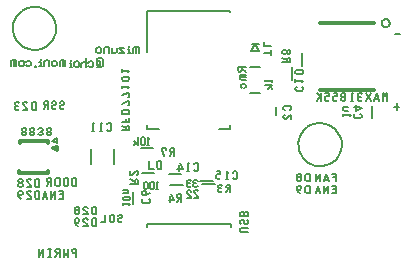
<source format=gbo>
G70*
%OFA0B0*%
%FSLAX24Y24*%
%IPPOS*%
%LPD*%
%ADD56C,0.0060*%
%ADD57C,0.0063*%
%ADD59C,0.0079*%
%ADD66C,0.0118*%
D56*
X021083Y016843D02*
X021122Y016843D01*
X020945Y016705D02*
X021083Y016843D01*
X020866Y016803D02*
X020866Y016744D01*
X021122Y016705D02*
X021122Y016843D01*
X020866Y017020D02*
X020866Y017079D01*
X020866Y017079D02*
X020906Y017118D01*
X020866Y017020D02*
X020906Y016980D01*
X021083Y016980D02*
X021122Y017020D01*
X020906Y017118D02*
X021083Y017118D01*
X020945Y016705D02*
X020906Y016705D01*
X020866Y016803D02*
X020906Y016843D01*
X020866Y016744D02*
X020906Y016705D01*
X021083Y017118D02*
X021122Y017079D01*
X021122Y017079D02*
X021122Y017020D01*
D57*
X015728Y017421D02*
X015728Y017559D01*
X015728Y017756D02*
X015472Y017756D01*
X015472Y017717D02*
X015472Y017795D01*
X013268Y018445D02*
X013197Y018445D01*
X015728Y017146D02*
X015728Y017283D01*
X013315Y018492D02*
X013268Y018445D01*
X013504Y018610D02*
X013504Y018445D01*
X015728Y017559D02*
X015669Y017559D01*
X015472Y018268D02*
X015472Y018346D01*
X015669Y017421D02*
X015728Y017421D01*
X015669Y017559D02*
X015472Y017480D01*
X022797Y017473D02*
X022836Y017433D01*
X015728Y018012D02*
X015689Y017972D01*
X015728Y018012D02*
X015728Y018071D01*
X015689Y017972D02*
X015512Y017972D01*
X022895Y017296D02*
X022935Y017335D01*
X022836Y017296D02*
X022895Y017296D01*
X013150Y018587D02*
X013197Y018634D01*
X013197Y018445D02*
X013150Y018492D01*
X015728Y018307D02*
X015472Y018307D01*
X015728Y018071D02*
X015689Y018110D01*
X015728Y017756D02*
X015689Y017717D01*
X015689Y018110D02*
X015512Y018110D01*
X015512Y017972D02*
X015472Y018012D01*
X015472Y018071D02*
X015472Y018012D01*
X015512Y018110D02*
X015472Y018071D01*
X015669Y017146D02*
X015728Y017146D01*
X022797Y017394D02*
X022797Y017335D01*
X022836Y017551D02*
X022797Y017512D01*
X022797Y017335D02*
X022836Y017296D01*
X022836Y017433D02*
X022797Y017394D01*
X015728Y016319D02*
X015728Y016417D01*
X015472Y016319D02*
X015728Y016319D01*
X023446Y017296D02*
X023486Y017335D01*
X015650Y016457D02*
X015610Y016417D01*
X023151Y017551D02*
X023151Y017296D01*
X013551Y018657D02*
X013457Y018657D01*
X013598Y018610D02*
X013551Y018657D01*
X023151Y017551D02*
X023191Y017512D01*
X013457Y018657D02*
X013409Y018610D01*
X015689Y016457D02*
X015650Y016457D01*
X023191Y017296D02*
X023112Y017296D01*
X013598Y018657D02*
X013598Y018445D01*
X015728Y016417D02*
X015689Y016457D01*
X015610Y016417D02*
X015610Y016319D01*
X015472Y016870D02*
X015728Y016870D01*
X013409Y018610D02*
X013409Y018445D01*
X022797Y017512D02*
X022797Y017473D01*
X015472Y016969D02*
X015472Y016870D01*
X015728Y017283D02*
X015669Y017283D01*
X015669Y017283D02*
X015472Y017205D01*
X013551Y018657D02*
X013504Y018610D01*
X015689Y017008D02*
X015512Y017008D01*
X023446Y017551D02*
X023387Y017551D01*
X015728Y016594D02*
X015728Y016732D01*
X015610Y016693D02*
X015610Y016594D01*
X015610Y016378D02*
X015472Y016457D01*
X015472Y016594D02*
X015728Y016594D01*
X015728Y016870D02*
X015728Y016969D01*
X023387Y017296D02*
X023446Y017296D01*
X015512Y017008D02*
X015472Y016969D01*
X015728Y016969D02*
X015689Y017008D01*
X015728Y018307D02*
X015689Y018268D01*
X013559Y017201D02*
X013559Y017240D01*
X013559Y017201D02*
X013520Y017161D01*
X013520Y017024D02*
X013559Y017063D01*
X013520Y017280D02*
X013461Y017280D01*
X013461Y017024D02*
X013520Y017024D01*
X013146Y017122D02*
X013146Y017063D01*
X013146Y017063D02*
X013185Y017024D01*
X013185Y017161D02*
X013146Y017122D01*
X013185Y017280D02*
X013146Y017240D01*
X013185Y017161D02*
X013244Y017161D01*
X013520Y017280D02*
X013559Y017240D01*
X013421Y017063D02*
X013461Y017024D01*
X024254Y017473D02*
X024175Y017551D01*
X013421Y017122D02*
X013421Y017063D01*
X024057Y017296D02*
X023978Y017551D01*
X024175Y017551D02*
X024175Y017296D01*
X022858Y016795D02*
X022858Y016874D01*
X023114Y016835D02*
X022858Y016835D01*
X023114Y016835D02*
X023075Y016795D01*
X024332Y017551D02*
X024254Y017473D01*
X024332Y017551D02*
X024332Y017296D01*
X012909Y017280D02*
X012870Y017240D01*
X012870Y017240D02*
X012870Y017201D01*
X013283Y017201D02*
X013244Y017161D01*
X023276Y016972D02*
X023276Y017150D01*
X023413Y017110D02*
X023217Y017110D01*
X012909Y017161D02*
X013008Y017161D01*
X012949Y017161D02*
X012870Y017024D01*
X013008Y017024D02*
X013008Y017280D01*
X012870Y017201D02*
X012909Y017161D01*
X013008Y017280D02*
X012909Y017280D01*
X023492Y017071D02*
X023276Y016972D01*
X013244Y017024D02*
X013283Y017063D01*
X013185Y017024D02*
X013244Y017024D01*
X013244Y017280D02*
X013283Y017240D01*
X013244Y017280D02*
X013185Y017280D01*
X013283Y017201D02*
X013283Y017240D01*
X023978Y017551D02*
X023899Y017296D01*
X013307Y012358D02*
X013268Y012319D01*
X013268Y012319D02*
X013268Y012280D01*
X013622Y012240D02*
X013563Y012102D01*
X013681Y012102D02*
X013622Y012240D01*
X013563Y012102D02*
X013543Y012358D01*
X013307Y012240D02*
X013406Y012240D01*
X013346Y012240D02*
X013268Y012102D01*
X013406Y012102D02*
X013406Y012358D01*
X013268Y012280D02*
X013307Y012240D01*
X013406Y012358D02*
X013307Y012358D01*
X013701Y012358D02*
X013681Y012102D01*
X012016Y017260D02*
X012055Y017220D01*
X011917Y017043D02*
X011957Y017004D01*
X012016Y017260D02*
X011957Y017260D01*
X012016Y017004D02*
X012055Y017043D01*
X011957Y017004D02*
X012016Y017004D01*
X013957Y012102D02*
X013957Y012358D01*
X013858Y012240D02*
X013957Y012240D01*
X023446Y017551D02*
X023486Y017512D01*
X011917Y017102D02*
X011917Y017043D01*
X011957Y017142D02*
X011917Y017102D01*
X023348Y017473D02*
X023348Y017512D01*
X023387Y017551D02*
X023348Y017512D01*
X023348Y017473D02*
X023387Y017433D01*
X013461Y017161D02*
X013421Y017122D01*
X023387Y017433D02*
X023446Y017433D01*
X023781Y017551D02*
X023624Y017296D01*
X024037Y017355D02*
X023919Y017355D01*
X023624Y017551D02*
X023781Y017296D01*
X013461Y017161D02*
X013520Y017161D01*
X023348Y017394D02*
X023348Y017335D01*
X023387Y017433D02*
X023348Y017394D01*
X013110Y012102D02*
X013031Y012102D01*
X023348Y017335D02*
X023387Y017296D01*
X013071Y012358D02*
X013071Y012102D01*
X012717Y012102D02*
X012717Y012358D01*
X013461Y017280D02*
X013421Y017240D01*
X012854Y012358D02*
X012717Y012102D01*
X013110Y012358D02*
X013031Y012358D01*
X012854Y012102D02*
X012854Y012358D01*
X014528Y018472D02*
X014480Y018425D01*
X014839Y018685D02*
X014839Y018472D01*
X014697Y018732D02*
X014650Y018685D01*
X014480Y018425D02*
X014409Y018425D01*
X019390Y018276D02*
X019429Y018276D01*
X019429Y018276D02*
X019469Y018315D01*
X019350Y018315D02*
X019390Y018276D01*
X014768Y018496D02*
X014768Y018638D01*
X014650Y018496D02*
X014768Y018496D01*
X014650Y018425D02*
X014791Y018425D01*
X014839Y018472D02*
X014791Y018425D01*
X014768Y018638D02*
X014650Y018638D01*
X014650Y018685D02*
X014650Y018496D01*
X019429Y018118D02*
X019469Y018079D01*
X019469Y018079D02*
X019606Y018079D01*
X019567Y017862D02*
X019606Y017823D01*
X019469Y018000D02*
X019606Y018000D01*
X019469Y018315D02*
X019469Y018413D01*
X019350Y018413D02*
X019350Y018315D01*
X019606Y018413D02*
X019350Y018413D01*
X019429Y018118D02*
X019429Y018039D01*
X019429Y018039D02*
X019469Y018000D01*
X019469Y018157D02*
X019429Y018118D01*
X019469Y018354D02*
X019606Y018276D01*
X019429Y018157D02*
X019606Y018157D01*
X012449Y018591D02*
X012449Y018496D01*
X012402Y018638D02*
X012449Y018591D01*
X012217Y018496D02*
X012169Y018449D01*
X012098Y018449D02*
X012051Y018496D01*
X012169Y018449D02*
X012098Y018449D01*
X012331Y018638D02*
X012402Y018638D01*
X012449Y018496D02*
X012402Y018449D01*
X012402Y018449D02*
X012331Y018449D01*
X012283Y018591D02*
X012331Y018638D01*
X012331Y018449D02*
X012283Y018496D01*
X012051Y018591D02*
X012098Y018638D01*
X011823Y018661D02*
X011776Y018614D01*
X011917Y018661D02*
X011823Y018661D01*
X011776Y018614D02*
X011776Y018449D01*
X011870Y018614D02*
X011870Y018449D01*
X011917Y018661D02*
X011870Y018614D01*
X011965Y018614D02*
X011917Y018661D01*
X012169Y018638D02*
X012217Y018591D01*
X012098Y018638D02*
X012169Y018638D01*
X012217Y018591D02*
X012217Y018496D01*
X011965Y018661D02*
X011965Y018449D01*
X012051Y018591D02*
X012051Y018496D01*
X013819Y012319D02*
X013819Y012280D01*
X012618Y018465D02*
X012618Y018441D01*
X013858Y012358D02*
X013819Y012319D01*
X022659Y017551D02*
X022659Y017453D01*
X022561Y017453D02*
X022659Y017453D01*
X012594Y018465D02*
X012618Y018465D01*
X022521Y017335D02*
X022561Y017296D01*
X022521Y017414D02*
X022521Y017335D01*
X022561Y017453D02*
X022521Y017414D01*
X022659Y017551D02*
X022541Y017551D01*
X022246Y017335D02*
X022285Y017296D01*
X022285Y017453D02*
X022246Y017414D01*
X022285Y017453D02*
X022383Y017453D01*
X022246Y017414D02*
X022246Y017335D01*
X022620Y017296D02*
X022659Y017335D01*
X013783Y018567D02*
X013783Y018425D01*
X013783Y018567D02*
X013736Y018567D01*
X012618Y018441D02*
X012594Y018441D01*
X022561Y017296D02*
X022620Y017296D01*
X012594Y018465D02*
X012594Y018441D01*
X012945Y018657D02*
X012898Y018610D01*
X013150Y018587D02*
X013150Y018492D01*
X012898Y018610D02*
X012898Y018445D01*
X013063Y018657D02*
X013063Y018445D01*
X013315Y018587D02*
X013315Y018492D01*
X013197Y018634D02*
X013268Y018634D01*
X022836Y017433D02*
X022895Y017433D01*
X022895Y017433D02*
X022935Y017394D01*
X013268Y018634D02*
X013315Y018587D01*
X022935Y017394D02*
X022935Y017335D01*
X022895Y017433D02*
X022935Y017473D01*
X012772Y018587D02*
X012772Y018445D01*
X012772Y018681D02*
X012772Y018657D01*
X012772Y018587D02*
X012724Y018587D01*
X013819Y012280D02*
X013858Y012240D01*
X013957Y012358D02*
X013858Y012358D01*
X012819Y018445D02*
X012724Y018445D01*
X022935Y017512D02*
X022895Y017551D01*
X022935Y017473D02*
X022935Y017512D01*
X022895Y017551D02*
X022836Y017551D01*
X013016Y018657D02*
X012945Y018657D01*
X013063Y018610D02*
X013016Y018657D01*
X014409Y018425D02*
X014362Y018472D01*
X014362Y018567D02*
X014409Y018614D01*
X019488Y017862D02*
X019567Y017862D01*
X022866Y016988D02*
X022866Y017047D01*
X022866Y017047D02*
X022906Y017087D01*
X014409Y018614D02*
X014480Y018614D01*
X014291Y018543D02*
X014244Y018591D01*
X023024Y017087D02*
X022866Y017087D01*
X014291Y018732D02*
X014291Y018425D01*
X014480Y018614D02*
X014528Y018567D01*
X014528Y018567D02*
X014528Y018472D01*
X019449Y017823D02*
X019488Y017862D01*
X019606Y017823D02*
X019606Y017764D01*
X014791Y018732D02*
X014839Y018685D01*
X014791Y018732D02*
X014697Y018732D01*
X019606Y017764D02*
X019567Y017724D01*
X023024Y016949D02*
X022906Y016949D01*
X022906Y016949D02*
X022866Y016988D01*
X019449Y017764D02*
X019449Y017823D01*
X019488Y017724D02*
X019449Y017764D01*
X014063Y018567D02*
X014063Y018472D01*
X013898Y018567D02*
X013898Y018472D01*
X014016Y018614D02*
X014063Y018567D01*
X013898Y018567D02*
X013945Y018614D01*
X013945Y018614D02*
X014016Y018614D01*
X013831Y018425D02*
X013736Y018425D01*
X022383Y017551D02*
X022265Y017551D01*
X022383Y017551D02*
X022383Y017453D01*
X022285Y017296D02*
X022344Y017296D01*
X013783Y018661D02*
X013783Y018638D01*
X013945Y018425D02*
X013898Y018472D01*
X014173Y018591D02*
X014126Y018543D01*
X014126Y018543D02*
X014126Y018425D01*
X014244Y018591D02*
X014173Y018591D01*
X014063Y018472D02*
X014016Y018425D01*
X022344Y017296D02*
X022383Y017335D01*
X014016Y018425D02*
X013945Y018425D01*
X022108Y017551D02*
X022108Y017296D01*
X022069Y017453D02*
X021970Y017296D01*
X021970Y017551D02*
X022108Y017414D01*
X012071Y014299D02*
X012130Y014299D01*
X012031Y014260D02*
X012031Y014142D01*
X012071Y014161D02*
X012130Y014161D01*
X012130Y014161D02*
X012169Y014201D01*
X012130Y014299D02*
X012169Y014260D01*
X012169Y014260D02*
X012169Y014201D01*
X012071Y014299D02*
X012031Y014260D01*
X012720Y014043D02*
X012720Y014299D01*
X012583Y014260D02*
X012583Y014083D01*
X012346Y014299D02*
X012307Y014260D01*
X012622Y014299D02*
X012583Y014260D01*
X012720Y014299D02*
X012622Y014299D01*
X012622Y014043D02*
X012720Y014043D01*
X012307Y014220D02*
X012307Y014260D01*
X012307Y014220D02*
X012445Y014083D01*
X012445Y014083D02*
X012445Y014043D01*
X012031Y014201D02*
X012071Y014161D01*
X012406Y014299D02*
X012445Y014260D01*
X012406Y014299D02*
X012346Y014299D01*
X012307Y014043D02*
X012445Y014043D01*
X013528Y014299D02*
X013390Y014299D01*
X012130Y014043D02*
X012051Y014083D01*
X012051Y014083D02*
X012031Y014142D01*
X013528Y014043D02*
X013528Y014299D01*
X013390Y014043D02*
X013528Y014043D01*
X013429Y014181D02*
X013528Y014181D01*
X012071Y014575D02*
X012031Y014535D01*
X014516Y013772D02*
X014476Y013732D01*
X014476Y013555D02*
X014516Y013516D01*
X014516Y013516D02*
X014614Y013516D01*
X014614Y013772D02*
X014516Y013772D01*
X012031Y014476D02*
X012071Y014437D01*
X012031Y014535D02*
X012031Y014476D01*
X014933Y013248D02*
X014795Y013248D01*
X014933Y013504D02*
X014933Y013248D01*
X012071Y014437D02*
X012130Y014437D01*
X012071Y014693D02*
X012031Y014654D01*
X012031Y014654D02*
X012031Y014614D01*
X012031Y014614D02*
X012071Y014575D01*
X012445Y014476D02*
X012445Y014437D01*
X014339Y013555D02*
X014339Y013516D01*
X014201Y013693D02*
X014339Y013555D01*
X014201Y013516D02*
X014339Y013516D01*
X013925Y013614D02*
X013925Y013555D01*
X013965Y013654D02*
X013925Y013614D01*
X013925Y013555D02*
X013965Y013516D01*
X014299Y013772D02*
X014240Y013772D01*
X012307Y014614D02*
X012445Y014476D01*
X014476Y013732D02*
X014476Y013555D01*
X014614Y013516D02*
X014614Y013772D01*
X014299Y013772D02*
X014339Y013732D01*
X014201Y013693D02*
X014201Y013732D01*
X014240Y013772D02*
X014201Y013732D01*
X015110Y013248D02*
X015189Y013248D01*
X015386Y013248D02*
X015445Y013248D01*
X015445Y013504D02*
X015386Y013504D01*
X015445Y013504D02*
X015484Y013465D01*
X012169Y014614D02*
X012169Y014654D01*
X012169Y014654D02*
X012130Y014693D01*
X015445Y013248D02*
X015484Y013287D01*
X015346Y013287D02*
X015386Y013248D01*
X015386Y013504D02*
X015346Y013465D01*
X012130Y014693D02*
X012071Y014693D01*
X012583Y014083D02*
X012622Y014043D01*
X015346Y013346D02*
X015346Y013287D01*
X015386Y013386D02*
X015346Y013346D01*
X015386Y013386D02*
X015445Y013386D01*
X012130Y014575D02*
X012169Y014614D01*
X012130Y014437D02*
X012169Y014476D01*
X015228Y013465D02*
X015228Y013287D01*
X015110Y013504D02*
X015071Y013465D01*
X015071Y013287D02*
X015110Y013248D01*
X015071Y013465D02*
X015071Y013287D01*
X015228Y013287D02*
X015189Y013248D01*
X012071Y014575D02*
X012130Y014575D01*
X015189Y013504D02*
X015228Y013465D01*
X015484Y013425D02*
X015445Y013386D01*
X015484Y013425D02*
X015484Y013465D01*
X012130Y014575D02*
X012169Y014535D01*
X012169Y014535D02*
X012169Y014476D01*
X015189Y013504D02*
X015110Y013504D01*
X022626Y014220D02*
X022626Y014476D01*
X022626Y014476D02*
X022488Y014476D01*
X022488Y014220D02*
X022626Y014220D01*
X022075Y014870D02*
X021937Y014614D01*
X021937Y014614D02*
X021937Y014870D01*
X022528Y014358D02*
X022626Y014358D01*
X022094Y014220D02*
X022016Y014476D01*
X022016Y014476D02*
X021937Y014220D01*
X022075Y014280D02*
X021957Y014280D01*
X022350Y014220D02*
X022350Y014476D01*
X022350Y014476D02*
X022213Y014220D01*
X022213Y014220D02*
X022213Y014476D01*
X022370Y014614D02*
X022291Y014870D01*
X022291Y014870D02*
X022213Y014614D01*
X022626Y014614D02*
X022626Y014870D01*
X022626Y014870D02*
X022488Y014870D01*
X022528Y014752D02*
X022626Y014752D01*
X022075Y014614D02*
X022075Y014870D01*
X022350Y014673D02*
X022232Y014673D01*
X013252Y014043D02*
X013252Y014299D01*
X013252Y014299D02*
X013114Y014043D01*
X013114Y014043D02*
X013114Y014299D01*
X012996Y014043D02*
X012917Y014299D01*
X012917Y014299D02*
X012839Y014043D01*
X012976Y014102D02*
X012858Y014102D01*
X012291Y017260D02*
X012232Y017260D01*
X012291Y017260D02*
X012331Y017220D01*
X012193Y017181D02*
X012193Y017220D01*
X012331Y017043D02*
X012331Y017004D01*
X012193Y017181D02*
X012331Y017043D01*
X012193Y017004D02*
X012331Y017004D01*
X012232Y017260D02*
X012193Y017220D01*
X012606Y017260D02*
X012508Y017260D01*
X012508Y017260D02*
X012469Y017220D01*
X012469Y017043D02*
X012508Y017004D01*
X012469Y017220D02*
X012469Y017043D01*
X012606Y017004D02*
X012606Y017260D01*
X012508Y017004D02*
X012606Y017004D01*
X011957Y017260D02*
X011917Y017220D01*
X014752Y018890D02*
X014681Y018890D01*
X014681Y018890D02*
X014634Y018937D01*
X014634Y019031D02*
X014681Y019079D01*
X015055Y019055D02*
X015008Y019102D01*
X015008Y019102D02*
X014937Y019102D01*
X014799Y018937D02*
X014752Y018890D01*
X014681Y019079D02*
X014752Y019079D01*
X011957Y017142D02*
X012016Y017142D01*
X011917Y017181D02*
X011957Y017142D01*
X011917Y017181D02*
X011917Y017220D01*
X014752Y019079D02*
X014799Y019031D01*
X014799Y019031D02*
X014799Y018937D01*
X014634Y019031D02*
X014634Y018937D01*
X014201Y013299D02*
X014201Y013339D01*
X014240Y013378D02*
X014201Y013339D01*
X014476Y013339D02*
X014476Y013161D01*
X014201Y013122D02*
X014339Y013122D01*
X014299Y013378D02*
X014240Y013378D01*
X014299Y013378D02*
X014339Y013339D01*
X014614Y013122D02*
X014614Y013378D01*
X014614Y013378D02*
X014516Y013378D01*
X014516Y013378D02*
X014476Y013339D01*
X014476Y013161D02*
X014516Y013122D01*
X014516Y013122D02*
X014614Y013122D01*
X014201Y013299D02*
X014339Y013161D01*
X014024Y013122D02*
X013945Y013161D01*
X014063Y013339D02*
X014063Y013280D01*
X014024Y013378D02*
X014063Y013339D01*
X012720Y014437D02*
X012720Y014693D01*
X013945Y013161D02*
X013925Y013220D01*
X013965Y013378D02*
X014024Y013378D01*
X013965Y013378D02*
X013925Y013339D01*
X013925Y013280D02*
X013965Y013240D01*
X014339Y013161D02*
X014339Y013122D01*
X014024Y013240D02*
X014063Y013280D01*
X013965Y013240D02*
X014024Y013240D01*
X013925Y013339D02*
X013925Y013220D01*
X013421Y014681D02*
X013421Y014504D01*
X013421Y014504D02*
X013382Y014465D01*
X013264Y014681D02*
X013264Y014504D01*
X013382Y014720D02*
X013421Y014681D01*
X013382Y014720D02*
X013303Y014720D01*
X013303Y014720D02*
X013264Y014681D01*
X013264Y014504D02*
X013303Y014465D01*
X012988Y014642D02*
X013028Y014602D01*
X013126Y014720D02*
X013028Y014720D01*
X013126Y014465D02*
X013126Y014720D01*
X013303Y014465D02*
X013382Y014465D01*
X013028Y014720D02*
X012988Y014681D01*
X012988Y014681D02*
X012988Y014642D01*
X013579Y014465D02*
X013657Y014465D01*
X013854Y014465D02*
X013953Y014465D01*
X013953Y014465D02*
X013953Y014720D01*
X013815Y014681D02*
X013815Y014504D01*
X013815Y014504D02*
X013854Y014465D01*
X013854Y014720D02*
X013815Y014681D01*
X013953Y014720D02*
X013854Y014720D01*
X013657Y014720D02*
X013697Y014681D01*
X013697Y014504D02*
X013657Y014465D01*
X013539Y014681D02*
X013539Y014504D01*
X013539Y014504D02*
X013579Y014465D01*
X013657Y014720D02*
X013579Y014720D01*
X013579Y014720D02*
X013539Y014681D01*
X013697Y014681D02*
X013697Y014504D01*
X013028Y014602D02*
X013126Y014602D01*
X015402Y019075D02*
X015567Y018886D01*
X015567Y018886D02*
X015402Y018886D01*
X015311Y019075D02*
X015311Y018933D01*
X015724Y019028D02*
X015724Y018886D01*
X015724Y019028D02*
X015677Y019028D01*
X015567Y019075D02*
X015402Y019075D01*
X015311Y018933D02*
X015264Y018886D01*
X014937Y019102D02*
X014890Y019055D01*
X014890Y019055D02*
X014890Y018890D01*
X015055Y019102D02*
X015055Y018890D01*
X015264Y018886D02*
X015193Y018886D01*
X015193Y018886D02*
X015146Y018933D01*
X015146Y019075D02*
X015146Y018886D01*
X015724Y019122D02*
X015724Y019098D01*
X012720Y014693D02*
X012622Y014693D01*
X012622Y014437D02*
X012720Y014437D01*
X016051Y019098D02*
X016051Y018886D01*
X013067Y014602D02*
X012988Y014465D01*
X012583Y014476D02*
X012622Y014437D01*
X012622Y014693D02*
X012583Y014654D01*
X016051Y019051D02*
X016004Y019098D01*
X016004Y019098D02*
X015957Y019051D01*
X015957Y019051D02*
X015957Y018886D01*
X015772Y018886D02*
X015677Y018886D01*
X016004Y019098D02*
X015909Y019098D01*
X015909Y019098D02*
X015862Y019051D01*
X015862Y019051D02*
X015862Y018886D01*
X014024Y013772D02*
X013965Y013772D01*
X013965Y013516D02*
X014024Y013516D01*
X012583Y014654D02*
X012583Y014476D01*
X012346Y014693D02*
X012307Y014654D01*
X014024Y013654D02*
X014063Y013614D01*
X013965Y013654D02*
X014024Y013654D01*
X014024Y013516D02*
X014063Y013555D01*
X012307Y014614D02*
X012307Y014654D01*
X013925Y013693D02*
X013965Y013654D01*
X013925Y013732D02*
X013925Y013693D01*
X013965Y013772D02*
X013925Y013732D01*
X012406Y014693D02*
X012445Y014654D01*
X012406Y014693D02*
X012346Y014693D01*
X012307Y014437D02*
X012445Y014437D01*
X014063Y013614D02*
X014063Y013555D01*
X014063Y013732D02*
X014024Y013772D01*
X014063Y013693D02*
X014063Y013732D01*
X014024Y013654D02*
X014063Y013693D01*
X021425Y014752D02*
X021465Y014791D01*
X021465Y014791D02*
X021465Y014831D01*
X021465Y014831D02*
X021425Y014870D01*
X021366Y014752D02*
X021425Y014752D01*
X021425Y014752D02*
X021465Y014713D01*
X021465Y014713D02*
X021465Y014654D01*
X021425Y014870D02*
X021366Y014870D01*
X021642Y014220D02*
X021740Y014220D01*
X021740Y014220D02*
X021740Y014476D01*
X021602Y014437D02*
X021602Y014260D01*
X021602Y014260D02*
X021642Y014220D01*
X021642Y014476D02*
X021602Y014437D01*
X021740Y014476D02*
X021642Y014476D01*
X021425Y014614D02*
X021465Y014654D01*
X021642Y014614D02*
X021740Y014614D01*
X021740Y014614D02*
X021740Y014870D01*
X021602Y014831D02*
X021602Y014654D01*
X021602Y014654D02*
X021642Y014614D01*
X021642Y014870D02*
X021602Y014831D01*
X021740Y014870D02*
X021642Y014870D01*
X021327Y014654D02*
X021366Y014614D01*
X021327Y014831D02*
X021327Y014791D01*
X021327Y014791D02*
X021366Y014752D01*
X021366Y014614D02*
X021425Y014614D01*
X021366Y014752D02*
X021327Y014713D01*
X021327Y014713D02*
X021327Y014654D01*
X021366Y014870D02*
X021327Y014831D01*
X021327Y014378D02*
X021366Y014339D01*
X021425Y014339D02*
X021465Y014378D01*
X021366Y014476D02*
X021425Y014476D01*
X021425Y014476D02*
X021465Y014437D01*
X021366Y014476D02*
X021327Y014437D01*
X021327Y014437D02*
X021327Y014319D01*
X021366Y014339D02*
X021425Y014339D01*
X021465Y014437D02*
X021465Y014378D01*
X021425Y014220D02*
X021346Y014260D01*
X021346Y014260D02*
X021327Y014319D01*
X023217Y016776D02*
X023217Y016835D01*
X013075Y016409D02*
X013016Y016409D01*
X013016Y016409D02*
X012976Y016370D01*
X013075Y016272D02*
X013016Y016272D01*
X013114Y016232D02*
X013075Y016272D01*
X013114Y016311D02*
X013114Y016370D01*
X013075Y016154D02*
X013114Y016193D01*
X013114Y016193D02*
X013114Y016232D01*
X012976Y016193D02*
X013016Y016154D01*
X024724Y017098D02*
X024567Y017098D01*
X024646Y017217D02*
X024646Y016980D01*
X012976Y016232D02*
X012976Y016193D01*
X013016Y016272D02*
X012976Y016311D01*
X012976Y016311D02*
X012976Y016370D01*
X013016Y016272D02*
X012976Y016232D01*
X013075Y016272D02*
X013114Y016311D01*
X012799Y016272D02*
X012839Y016311D01*
X021147Y018418D02*
X021147Y017981D01*
X021500Y018453D02*
X021499Y018452D01*
X021500Y018890D02*
X021500Y018453D01*
X021147Y017981D02*
X021146Y017980D01*
X012799Y016409D02*
X012740Y016409D01*
X012740Y016409D02*
X012701Y016370D01*
X013114Y016370D02*
X013075Y016409D01*
X012740Y016154D02*
X012799Y016154D01*
X012839Y016311D02*
X012839Y016370D01*
X012839Y016370D02*
X012799Y016409D01*
X012740Y016154D02*
X012701Y016193D01*
X017921Y015217D02*
X017882Y015177D01*
X017921Y015217D02*
X017980Y015217D01*
X017980Y015217D02*
X018020Y015177D01*
X017882Y015000D02*
X017921Y014961D01*
X017228Y013992D02*
X017051Y013992D01*
X017130Y014209D02*
X017228Y013992D01*
X013016Y016154D02*
X013075Y016154D01*
X017724Y014961D02*
X017646Y014961D01*
X017685Y015217D02*
X017724Y015177D01*
X017370Y015157D02*
X017370Y014961D01*
X017685Y015217D02*
X017685Y014961D01*
X018020Y015177D02*
X018020Y015000D01*
X018020Y015000D02*
X017980Y014961D01*
X017980Y014961D02*
X017921Y014961D01*
X017091Y014130D02*
X017091Y013933D01*
X020240Y017827D02*
X020496Y017827D01*
X020358Y017689D02*
X020496Y017827D01*
X020437Y017768D02*
X020496Y017689D01*
X020244Y017961D02*
X020283Y018000D01*
X024736Y019535D02*
X024579Y019535D01*
X020244Y017961D02*
X020500Y017961D01*
X020500Y018000D02*
X020500Y017921D01*
X017465Y013933D02*
X017465Y014189D01*
X017366Y014071D02*
X017465Y014071D01*
X017406Y014071D02*
X017327Y013933D01*
X017465Y014189D02*
X017366Y014189D01*
X017366Y014189D02*
X017327Y014150D01*
X017327Y014150D02*
X017327Y014110D01*
X017327Y014110D02*
X017366Y014071D01*
X012799Y016272D02*
X012740Y016272D01*
X012465Y016409D02*
X012425Y016370D01*
X012524Y016409D02*
X012465Y016409D01*
X012524Y016272D02*
X012465Y016272D01*
X012425Y016311D02*
X012425Y016370D01*
X012465Y016272D02*
X012425Y016311D01*
X012524Y016272D02*
X012563Y016311D01*
X012563Y016370D02*
X012524Y016409D01*
X012563Y016311D02*
X012563Y016370D01*
X012563Y016232D02*
X012524Y016272D01*
X012563Y016193D02*
X012563Y016232D01*
X012524Y016154D02*
X012563Y016193D01*
X012465Y016272D02*
X012425Y016232D01*
X012425Y016232D02*
X012425Y016193D01*
X021303Y018327D02*
X021264Y018287D01*
X021520Y018228D02*
X021480Y018189D01*
X021520Y018228D02*
X021520Y018287D01*
X021480Y018327D02*
X021303Y018327D01*
X021264Y017933D02*
X021264Y018012D01*
X021520Y017972D02*
X021480Y017933D01*
X021520Y018287D02*
X021480Y018327D01*
X012839Y016232D02*
X012799Y016272D01*
X021480Y018189D02*
X021303Y018189D01*
X021303Y018189D02*
X021264Y018228D01*
X021264Y018287D02*
X021264Y018228D01*
X021520Y017972D02*
X021264Y017972D01*
X012189Y016272D02*
X012150Y016232D01*
X012150Y016311D02*
X012150Y016370D01*
X012189Y016272D02*
X012150Y016311D01*
X012150Y016232D02*
X012150Y016193D01*
X012189Y016154D02*
X012248Y016154D01*
X012150Y016193D02*
X012189Y016154D01*
X021480Y017638D02*
X021303Y017638D01*
X021303Y017638D02*
X021264Y017677D01*
X021264Y017677D02*
X021264Y017736D01*
X021520Y017677D02*
X021480Y017638D01*
X021303Y017776D02*
X021264Y017736D01*
X021520Y017736D02*
X021480Y017776D01*
X021520Y017736D02*
X021520Y017677D01*
X017508Y015020D02*
X017331Y015020D01*
X017874Y014244D02*
X018012Y014106D01*
X018012Y014106D02*
X018012Y014067D01*
X017693Y014315D02*
X017654Y014276D01*
X017874Y014067D02*
X018012Y014067D01*
X017874Y014244D02*
X017874Y014283D01*
X017972Y014323D02*
X018012Y014283D01*
X017972Y014323D02*
X017913Y014323D01*
X017654Y014236D02*
X017791Y014098D01*
X017791Y014098D02*
X017791Y014059D01*
X017906Y014673D02*
X017866Y014634D01*
X017654Y014059D02*
X017791Y014059D01*
X017654Y014236D02*
X017654Y014276D01*
X017752Y014315D02*
X017791Y014276D01*
X017752Y014315D02*
X017693Y014315D01*
X017913Y014323D02*
X017874Y014283D01*
X015528Y013827D02*
X015528Y013898D01*
X012248Y016272D02*
X012189Y016272D01*
X016154Y016083D02*
X016114Y016043D01*
X015758Y013862D02*
X015722Y013827D01*
X016807Y015654D02*
X016886Y015457D01*
X016945Y015654D02*
X016945Y015713D01*
X016945Y015713D02*
X016807Y015713D01*
X016252Y016043D02*
X016252Y015866D01*
X016252Y015866D02*
X016213Y015827D01*
X016154Y015827D02*
X016213Y015827D01*
X016213Y016083D02*
X016154Y016083D01*
X016114Y016043D02*
X016114Y015866D01*
X016114Y015866D02*
X016154Y015827D01*
X016213Y016083D02*
X016252Y016043D01*
X017689Y014417D02*
X017748Y014417D01*
X017748Y014417D02*
X017787Y014457D01*
X012189Y016409D02*
X012150Y016370D01*
X017748Y014673D02*
X017689Y014673D01*
X017650Y014516D02*
X017650Y014457D01*
X017650Y014457D02*
X017689Y014417D01*
X017748Y014673D02*
X017787Y014634D01*
X012287Y016311D02*
X012287Y016370D01*
X012248Y016272D02*
X012287Y016311D01*
X012287Y016370D02*
X012248Y016409D01*
X012248Y016154D02*
X012287Y016193D01*
X012248Y016409D02*
X012189Y016409D01*
X012287Y016232D02*
X012248Y016272D01*
X012287Y016193D02*
X012287Y016232D01*
X017689Y014555D02*
X017650Y014516D01*
X017866Y014516D02*
X017866Y014457D01*
X017866Y014457D02*
X017906Y014417D01*
X017965Y014673D02*
X018004Y014634D01*
X017906Y014555D02*
X017866Y014516D01*
X017866Y014594D02*
X017866Y014634D01*
X017866Y014594D02*
X017906Y014555D01*
X017906Y014555D02*
X017965Y014555D01*
X017650Y014594D02*
X017650Y014634D01*
X017650Y014594D02*
X017689Y014555D01*
X017689Y014555D02*
X017748Y014555D01*
X017689Y014673D02*
X017650Y014634D01*
X017965Y014673D02*
X017906Y014673D01*
X017906Y014417D02*
X017965Y014417D01*
X017965Y014417D02*
X018004Y014457D01*
X016807Y015713D02*
X016807Y015654D01*
X019181Y014732D02*
X019220Y014693D01*
X019220Y014949D02*
X019181Y014909D01*
X019220Y014949D02*
X019280Y014949D01*
X018787Y014244D02*
X018827Y014283D01*
X018787Y014500D02*
X018827Y014461D01*
X018787Y014500D02*
X018728Y014500D01*
X018728Y014244D02*
X018787Y014244D01*
X018984Y014949D02*
X018984Y014693D01*
X019024Y014693D02*
X018945Y014693D01*
X018984Y014949D02*
X019024Y014909D01*
X019280Y014693D02*
X019220Y014693D01*
X019280Y014949D02*
X019319Y014909D01*
X019319Y014909D02*
X019319Y014732D01*
X019319Y014732D02*
X019280Y014693D01*
X018689Y014283D02*
X018728Y014244D01*
X019102Y014500D02*
X019004Y014500D01*
X019102Y014244D02*
X019102Y014500D01*
X019004Y014382D02*
X019102Y014382D01*
X018965Y014421D02*
X019004Y014382D01*
X017409Y015236D02*
X017508Y015020D01*
X019004Y014500D02*
X018965Y014461D01*
X018965Y014461D02*
X018965Y014421D01*
X018728Y014382D02*
X018787Y014382D01*
X018728Y014382D02*
X018689Y014343D01*
X018689Y014343D02*
X018689Y014283D01*
X018689Y014421D02*
X018728Y014382D01*
X019043Y014382D02*
X018965Y014244D01*
X018728Y014500D02*
X018689Y014461D01*
X018689Y014421D02*
X018689Y014461D01*
X015768Y014953D02*
X015768Y014815D01*
X015945Y014953D02*
X015807Y014815D01*
X015807Y014815D02*
X015768Y014815D01*
X016024Y014854D02*
X016024Y014913D01*
X016024Y014913D02*
X015984Y014953D01*
X015945Y014953D02*
X015984Y014953D01*
X016024Y014854D02*
X015984Y014815D01*
X017220Y015457D02*
X017220Y015713D01*
X017122Y015594D02*
X017220Y015594D01*
X017161Y015594D02*
X017083Y015457D01*
X017220Y015713D02*
X017122Y015713D01*
X017122Y015713D02*
X017083Y015673D01*
X017083Y015673D02*
X017083Y015634D01*
X017083Y015634D02*
X017122Y015594D01*
X015906Y014598D02*
X015768Y014677D01*
X018768Y014949D02*
X018768Y014850D01*
X018768Y014949D02*
X018650Y014949D01*
X018669Y014693D02*
X018728Y014693D01*
X018669Y014850D02*
X018768Y014850D01*
X018630Y014732D02*
X018669Y014693D01*
X018669Y014850D02*
X018630Y014811D01*
X018630Y014811D02*
X018630Y014732D01*
X016024Y014539D02*
X016024Y014638D01*
X015768Y014539D02*
X016024Y014539D01*
X015906Y014638D02*
X015906Y014539D01*
X015945Y014677D02*
X015906Y014638D01*
X018728Y014693D02*
X018768Y014732D01*
X016024Y014638D02*
X015984Y014677D01*
X015984Y014677D02*
X015945Y014677D01*
X012839Y016232D02*
X012839Y016193D01*
X012799Y016154D02*
X012839Y016193D01*
X014516Y016555D02*
X014516Y016299D01*
X014555Y016299D02*
X014476Y016299D01*
X014516Y016555D02*
X014555Y016516D01*
X014791Y016555D02*
X014831Y016516D01*
X015087Y016299D02*
X015028Y016299D01*
X014791Y016555D02*
X014791Y016299D01*
X014831Y016299D02*
X014752Y016299D01*
X012465Y016154D02*
X012524Y016154D01*
X015126Y016339D02*
X015087Y016299D01*
X015028Y016555D02*
X015087Y016555D01*
X015087Y016555D02*
X015126Y016516D01*
X015126Y016516D02*
X015126Y016339D01*
X015028Y016555D02*
X014988Y016516D01*
X014988Y016339D02*
X015028Y016299D01*
X019524Y013610D02*
X019465Y013610D01*
X019681Y013571D02*
X019642Y013610D01*
X019642Y013610D02*
X019602Y013610D01*
X019563Y013571D02*
X019524Y013610D01*
X019602Y013197D02*
X019642Y013197D01*
X019602Y013197D02*
X019563Y013236D01*
X019465Y013610D02*
X019425Y013571D01*
X019563Y013571D02*
X019563Y013472D01*
X019425Y013472D02*
X019681Y013472D01*
X019602Y013610D02*
X019563Y013571D01*
X019681Y013472D02*
X019681Y013571D01*
X019425Y013571D02*
X019425Y013472D01*
X019425Y013236D02*
X019465Y013197D01*
X019681Y012921D02*
X019465Y012921D01*
X019465Y013059D02*
X019681Y013059D01*
X019681Y013295D02*
X019642Y013335D01*
X019425Y012961D02*
X019425Y013020D01*
X012425Y016193D02*
X012465Y016154D01*
X019465Y013059D02*
X019425Y013020D01*
X019465Y012921D02*
X019425Y012961D01*
X019681Y013236D02*
X019642Y013197D01*
X019681Y013236D02*
X019681Y013295D01*
X019425Y013295D02*
X019425Y013236D01*
X019465Y013335D02*
X019425Y013295D01*
X019563Y013295D02*
X019563Y013236D01*
X019563Y013295D02*
X019524Y013335D01*
X019524Y013335D02*
X019465Y013335D01*
X016252Y014307D02*
X016193Y014307D01*
X016291Y014268D02*
X016252Y014307D01*
X016154Y014268D02*
X016154Y014209D01*
X016260Y014169D02*
X016193Y014169D01*
X016350Y014189D02*
X016409Y014228D01*
X016291Y014268D02*
X016291Y014209D01*
X016154Y014209D02*
X016193Y014169D01*
X016291Y014209D02*
X016252Y014169D01*
X016213Y014565D02*
X016213Y014406D01*
X016248Y014600D02*
X016213Y014565D01*
X016350Y014189D02*
X016260Y014169D01*
X016193Y014031D02*
X016154Y013992D01*
X016409Y013992D02*
X016370Y014031D01*
X016409Y013992D02*
X016409Y013933D01*
X016193Y013894D02*
X016154Y013933D01*
X016154Y013933D02*
X016154Y013992D01*
X016193Y014307D02*
X016154Y014268D01*
X016409Y013933D02*
X016370Y013894D01*
X016370Y013894D02*
X016193Y013894D01*
X015758Y014022D02*
X015722Y013986D01*
X015563Y014110D02*
X015528Y014075D01*
X015722Y013986D02*
X015563Y013986D01*
X015758Y014022D02*
X015758Y014075D01*
X020209Y019118D02*
X020209Y019256D01*
X020465Y019118D02*
X020209Y019118D01*
X015722Y014110D02*
X015563Y014110D01*
X015758Y014075D02*
X015722Y014110D01*
X015563Y013986D02*
X015528Y014022D01*
X015652Y014219D02*
X015687Y014254D01*
X015687Y014219D02*
X015528Y014219D01*
X015528Y014075D02*
X015528Y014022D01*
X015652Y014343D02*
X015528Y014343D01*
X015687Y014307D02*
X015652Y014343D01*
X016783Y015043D02*
X016783Y015299D01*
X016685Y015043D02*
X016783Y015043D01*
X016646Y015260D02*
X016646Y015083D01*
X016689Y014374D02*
X016618Y014374D01*
X020465Y018823D02*
X020465Y018980D01*
X016654Y014604D02*
X016689Y014569D01*
X020465Y018902D02*
X020209Y018902D01*
X021012Y018866D02*
X021051Y018866D01*
X020972Y018906D02*
X021012Y018866D01*
X021091Y018906D02*
X021091Y018965D01*
X021051Y018866D02*
X021091Y018906D01*
X020972Y018965D02*
X020972Y018906D01*
X020835Y018906D02*
X020874Y018866D01*
X020933Y018866D02*
X020874Y018866D01*
X020972Y018906D02*
X020933Y018866D01*
X023256Y016874D02*
X023217Y016835D01*
X015687Y014254D02*
X015687Y014307D01*
X023256Y016736D02*
X023217Y016776D01*
X015758Y013862D02*
X015528Y013862D01*
X023472Y016835D02*
X023472Y016776D01*
X023472Y016835D02*
X023433Y016874D01*
X023433Y016736D02*
X023256Y016736D01*
X023472Y016776D02*
X023433Y016736D01*
X021012Y018728D02*
X020972Y018689D01*
X021051Y018728D02*
X021012Y018728D01*
X020835Y018591D02*
X021091Y018591D01*
X021091Y018591D02*
X021091Y018689D01*
X021091Y018689D02*
X021051Y018728D01*
X020972Y018689D02*
X020972Y018591D01*
X021051Y019004D02*
X021012Y019004D01*
X021091Y018965D02*
X021051Y019004D01*
X020835Y018965D02*
X020835Y018906D01*
X021012Y019004D02*
X020972Y018965D01*
X020874Y019004D02*
X020835Y018965D01*
X020972Y018650D02*
X020835Y018728D01*
X020933Y019004D02*
X020874Y019004D01*
X020972Y018965D02*
X020933Y019004D01*
X016654Y014604D02*
X016654Y014374D01*
X016465Y014374D02*
X016518Y014374D01*
X016553Y014409D02*
X016518Y014374D01*
X016518Y014604D02*
X016553Y014569D01*
X016429Y014409D02*
X016465Y014374D01*
X016553Y014569D02*
X016553Y014409D01*
X016518Y014604D02*
X016465Y014604D01*
X016358Y016083D02*
X016358Y015827D01*
X016398Y015827D02*
X016319Y015827D01*
X016248Y014370D02*
X016301Y014370D01*
X016337Y014406D02*
X016301Y014370D01*
X016429Y014569D02*
X016429Y014409D01*
X016465Y014604D02*
X016429Y014569D01*
X016337Y014565D02*
X016337Y014406D01*
X016213Y014406D02*
X016248Y014370D01*
X016301Y014600D02*
X016248Y014600D01*
X016301Y014600D02*
X016337Y014565D01*
X016783Y015299D02*
X016685Y015299D01*
X016685Y015299D02*
X016646Y015260D01*
X015961Y015886D02*
X015882Y015827D01*
X016646Y015083D02*
X016685Y015043D01*
X016358Y016083D02*
X016398Y016043D01*
X016020Y016083D02*
X016020Y015827D01*
X015882Y015965D02*
X016020Y015827D01*
D59*
X013169Y019316D02*
X013229Y019426D01*
X013091Y019217D02*
X013169Y019316D01*
X013269Y019545D02*
X013287Y019670D01*
X013229Y019426D02*
X013269Y019545D01*
X012773Y019021D02*
X012890Y019068D01*
X012650Y018996D02*
X012773Y019021D01*
X012997Y019134D02*
X013091Y019217D01*
X012890Y019068D02*
X012997Y019134D01*
X013287Y019670D02*
X013283Y019796D01*
X013063Y020237D02*
X012964Y020315D01*
X013258Y019919D02*
X013212Y020036D01*
X013283Y019796D02*
X013258Y019919D01*
X013146Y020143D02*
X013063Y020237D01*
X013212Y020036D02*
X013146Y020143D01*
X012964Y020315D02*
X012853Y020375D01*
X012853Y020375D02*
X012734Y020414D01*
X011850Y019630D02*
X011876Y019507D01*
X012280Y019051D02*
X012400Y019011D01*
X012170Y019110D02*
X012280Y019051D01*
X012524Y018993D02*
X012650Y018996D01*
X012400Y019011D02*
X012524Y018993D01*
X011922Y019390D02*
X011988Y019283D01*
X011876Y019507D02*
X011922Y019390D01*
X012071Y019189D02*
X012170Y019110D01*
X011988Y019283D02*
X012071Y019189D01*
X011847Y019755D02*
X011850Y019630D01*
X011865Y019880D02*
X011847Y019755D01*
X011905Y019999D02*
X011865Y019880D01*
X011965Y020110D02*
X011905Y019999D01*
X012361Y020404D02*
X012244Y020358D01*
X012484Y020429D02*
X012361Y020404D01*
X012137Y020292D02*
X012043Y020208D01*
X012244Y020358D02*
X012137Y020292D01*
X012734Y020414D02*
X012610Y020433D01*
X012610Y020433D02*
X012484Y020429D01*
X013319Y016063D02*
X013319Y015898D01*
X013154Y015976D02*
X013319Y016063D01*
X012043Y020208D02*
X011965Y020110D01*
X013154Y015976D02*
X013319Y015898D01*
X024179Y019980D02*
X024165Y019962D01*
X024195Y019996D02*
X024179Y019980D01*
X024155Y019942D02*
X024148Y019920D01*
X024165Y019962D02*
X024155Y019942D01*
X024257Y020022D02*
X024235Y020017D01*
X024279Y020024D02*
X024257Y020022D01*
X024214Y020008D02*
X024195Y019996D01*
X024235Y020017D02*
X024214Y020008D01*
X024148Y019920D02*
X024146Y019898D01*
X024302Y020021D02*
X024279Y020024D01*
X024386Y019825D02*
X024396Y019846D01*
X024373Y019807D02*
X024386Y019825D01*
X024403Y019867D02*
X024406Y019890D01*
X024396Y019846D02*
X024403Y019867D01*
X024316Y019770D02*
X024337Y019779D01*
X024294Y019765D02*
X024316Y019770D01*
X024356Y019792D02*
X024373Y019807D01*
X024337Y019779D02*
X024356Y019792D01*
X024362Y019991D02*
X024344Y020004D01*
X024378Y019974D02*
X024362Y019991D01*
X024324Y020014D02*
X024302Y020021D01*
X024344Y020004D02*
X024324Y020014D01*
X024404Y019912D02*
X024399Y019935D01*
X024406Y019890D02*
X024404Y019912D01*
X024390Y019955D02*
X024378Y019974D01*
X024399Y019935D02*
X024390Y019955D01*
X020614Y016835D02*
X020614Y017087D01*
X023815Y016717D02*
X023815Y017130D01*
X021370Y015756D02*
X021395Y015633D01*
X019087Y020250D02*
X019087Y020293D01*
X016331Y018920D02*
X016331Y020293D01*
X019087Y016356D02*
X019087Y016503D01*
X016331Y016356D02*
X016331Y016497D01*
X019740Y018417D02*
X020094Y018417D01*
X019087Y020293D02*
X016331Y020293D01*
X019740Y017567D02*
X020094Y017567D01*
X016704Y016356D02*
X016331Y016356D01*
X019087Y016356D02*
X018712Y016356D01*
X024272Y019764D02*
X024294Y019765D01*
X022484Y016441D02*
X022373Y016501D01*
X022582Y016363D02*
X022484Y016441D01*
X022254Y016540D02*
X022129Y016559D01*
X022373Y016501D02*
X022254Y016540D01*
X022778Y016045D02*
X022732Y016162D01*
X022803Y015921D02*
X022778Y016045D01*
X022666Y016269D02*
X022582Y016363D01*
X022732Y016162D02*
X022666Y016269D01*
X021563Y016334D02*
X021484Y016236D01*
X021657Y016418D02*
X021563Y016334D01*
X021425Y016125D02*
X021385Y016006D01*
X021484Y016236D02*
X021425Y016125D01*
X022004Y016555D02*
X021881Y016530D01*
X022129Y016559D02*
X022004Y016555D01*
X021764Y016484D02*
X021657Y016418D01*
X021881Y016530D02*
X021764Y016484D01*
X022807Y015796D02*
X022803Y015921D01*
X021800Y015177D02*
X021919Y015137D01*
X021690Y015236D02*
X021800Y015177D01*
X022044Y015119D02*
X022170Y015122D01*
X021919Y015137D02*
X022044Y015119D01*
X021442Y015516D02*
X021508Y015409D01*
X021395Y015633D02*
X021442Y015516D01*
X021591Y015314D02*
X021690Y015236D01*
X021508Y015409D02*
X021591Y015314D01*
X022689Y015442D02*
X022749Y015552D01*
X022611Y015343D02*
X022689Y015442D01*
X022788Y015671D02*
X022807Y015796D01*
X022749Y015552D02*
X022788Y015671D01*
X022293Y015147D02*
X022410Y015194D01*
X022170Y015122D02*
X022293Y015147D01*
X022517Y015260D02*
X022611Y015343D01*
X022410Y015194D02*
X022517Y015260D01*
X024146Y019898D02*
X024147Y019875D01*
X024207Y019783D02*
X024228Y019773D01*
X024189Y019797D02*
X024207Y019783D01*
X024249Y019766D02*
X024272Y019764D01*
X024228Y019773D02*
X024249Y019766D01*
X024152Y019853D02*
X024161Y019832D01*
X024147Y019875D02*
X024152Y019853D01*
X024174Y019813D02*
X024189Y019797D01*
X024161Y019832D02*
X024174Y019813D01*
X014465Y015197D02*
X014465Y015701D01*
X015224Y015193D02*
X015224Y015697D01*
X021367Y015881D02*
X021370Y015756D01*
X021385Y016006D02*
X021367Y015881D01*
X016559Y015024D02*
X016382Y015024D01*
X016382Y015024D02*
X016382Y015280D01*
X019114Y013091D02*
X019114Y013197D01*
X019114Y013197D02*
X016314Y013197D01*
X016314Y013197D02*
X016314Y013091D01*
X019929Y019201D02*
X019799Y018969D01*
X019929Y019201D02*
X020063Y018969D01*
X019799Y018969D02*
X020063Y018969D01*
X019803Y019201D02*
X020067Y019201D01*
X016559Y014886D02*
X016138Y014886D01*
X018571Y014543D02*
X018142Y014543D01*
X017516Y014492D02*
X017092Y014492D01*
X017461Y014854D02*
X017039Y014854D01*
X016535Y015713D02*
X016114Y015713D01*
X015839Y014276D02*
X015839Y013858D01*
X018520Y014630D02*
X018094Y014630D01*
D66*
X013303Y015756D02*
X013303Y015665D01*
X013173Y015717D02*
X013303Y015756D01*
X013303Y015665D02*
X013173Y015717D01*
X012071Y015894D02*
X012071Y015961D01*
X012071Y015961D02*
X013024Y015961D01*
X023890Y017661D02*
X022079Y017661D01*
X023902Y019906D02*
X022091Y019906D01*
X013012Y014949D02*
X013004Y014957D01*
X013012Y014886D02*
X013012Y014949D01*
X013024Y015890D02*
X013024Y015961D01*
X013012Y014886D02*
X012067Y014886D01*
X012067Y014886D02*
X012067Y014953D01*
M02*

</source>
